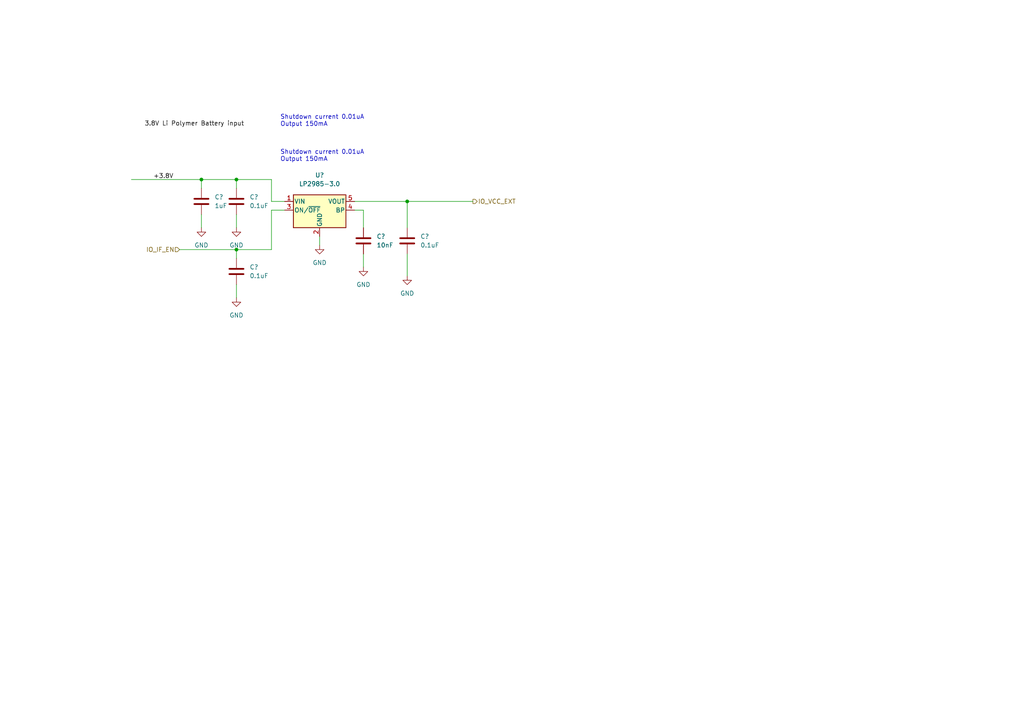
<source format=kicad_sch>
(kicad_sch (version 20211123) (generator eeschema)
  (paper "A4")
  (lib_symbols
    (symbol "Device:C" (pin_numbers hide) (pin_names (offset 0.254))
      (property "Reference" "C" (at 0.635 2.54 0))
      (property "Value" "C" (at 0.635 -2.54 0))
      (symbol "C_0_1"
        (polyline (pts (xy -2.032 -0.762) (xy 2.032 -0.762)) (stroke (width 0.508)))
        (polyline (pts (xy -2.032 0.762) (xy 2.032 0.762)) (stroke (width 0.508)))
      )
      (symbol "C_1_1"
        (pin passive line (at 0 3.81 270) (length 2.794) (name "~") (number "1"))
        (pin passive line (at 0 -3.81 90) (length 2.794) (name "~") (number "2"))
      )
    )
    (symbol "Regulator_Linear:LP2985-3.0" (pin_names (offset 0.254))
      (property "Reference" "U" (at -6.35 5.715 0))
      (property "Value" "LP2985-3.0" (at 0 5.715 0))
      (symbol "LP2985-3.0_0_1"
        (rectangle (start -7.62 -5.08) (end 7.62 4.445) (stroke (width 0.254)) (fill (type background)))
      )
      (symbol "LP2985-3.0_1_1"
        (pin power_in line (at -10.16 2.54 0) (length 2.54) (name "VIN") (number "1"))
        (pin power_in line (at 0 -7.62 90) (length 2.54) (name "GND") (number "2"))
        (pin input line (at -10.16 0 0) (length 2.54) (name "ON/~{OFF}") (number "3"))
        (pin input line (at 10.16 0 180) (length 2.54) (name "BP") (number "4"))
        (pin power_out line (at 10.16 2.54 180) (length 2.54) (name "VOUT") (number "5"))
      )
    )
    (symbol "power:GND" (power) (pin_names (offset 0))
      (property "Value" "GND" (at 0 -3.81 0))
      (symbol "GND_0_1"
        (polyline (pts (xy 0 0) (xy 0 -1.27) (xy 1.27 -1.27) (xy 0 -2.54) (xy -1.27 -1.27) (xy 0 -1.27)))
      )
      (symbol "GND_1_1"
        (pin power_in line (at 0 0 270) (length 0) hide (name "GND") (number "1"))
      )
    )
  )
  (junction (at 68.58 72.39))
  (junction (at 68.58 52.07))
  (junction (at 58.42 52.07))
  (junction (at 118.11 58.42))
  (wire (pts (xy 102.87 60.96) (xy 105.41 60.96)))
  (wire (pts (xy 118.11 73.66) (xy 118.11 80.01)))
  (wire (pts (xy 102.87 58.42) (xy 118.11 58.42)))
  (wire (pts (xy 68.58 72.39) (xy 68.58 74.93)))
  (wire (pts (xy 82.55 58.42) (xy 78.74 58.42)))
  (wire (pts (xy 68.58 72.39) (xy 78.74 72.39)))
  (wire (pts (xy 78.74 58.42) (xy 78.74 52.07)))
  (wire (pts (xy 68.58 82.55) (xy 68.58 86.36)))
  (wire (pts (xy 105.41 73.66) (xy 105.41 77.47)))
  (wire (pts (xy 78.74 52.07) (xy 68.58 52.07)))
  (wire (pts (xy 68.58 52.07) (xy 58.42 52.07)))
  (wire (pts (xy 82.55 60.96) (xy 78.74 60.96)))
  (wire (pts (xy 68.58 62.23) (xy 68.58 66.04)))
  (wire (pts (xy 118.11 58.42) (xy 137.16 58.42)))
  (wire (pts (xy 58.42 52.07) (xy 58.42 54.61)))
  (wire (pts (xy 92.71 68.58) (xy 92.71 71.12)))
  (wire (pts (xy 105.41 60.96) (xy 105.41 66.04)))
  (wire (pts (xy 58.42 52.07) (xy 38.1 52.07)))
  (wire (pts (xy 118.11 58.42) (xy 118.11 66.04)))
  (wire (pts (xy 58.42 62.23) (xy 58.42 66.04)))
  (wire (pts (xy 52.07 72.39) (xy 68.58 72.39)))
  (wire (pts (xy 68.58 52.07) (xy 68.58 54.61)))
  (wire (pts (xy 78.74 60.96) (xy 78.74 72.39)))
  (text "Shutdown current 0.01uA\nOutput 150mA" (at 81.28 36.83 0) (effects (font (size 1.27 1.27)) (justify left bottom)))
  (text "Shutdown current 0.01uA\nOutput 150mA" (at 81.28 46.99 0) (effects (font (size 1.27 1.27)) (justify left bottom)))
  (label "+3.8V" (at 44.45 52.07 0))
  (label "3.8V Li Polymer Battery input" (at 41.91 36.83 0))
  (hierarchical_label "IO_IF_EN" (shape input) (at 52.07 72.39 180))
  (hierarchical_label "IO_VCC_EXT" (shape output) (at 137.16 58.42 0))
  (symbol (lib_id "Device:C") (at 68.58 58.42 0) (unit 1)
    (property "Reference" "C?" (at 72.39 57.1499 0) (effects (justify left)))
    (property "Value" "0.1uF" (at 72.39 59.6899 0) (effects (justify left)))
  )
  (symbol (lib_id "Device:C") (at 118.11 69.85 0) (unit 1)
    (property "Reference" "C?" (at 121.92 68.5799 0) (effects (justify left)))
    (property "Value" "0.1uF" (at 121.92 71.1199 0) (effects (justify left)))
  )
  (symbol (lib_id "Regulator_Linear:LP2985-3.0") (at 92.71 60.96 0) (unit 1)
    (property "Reference" "U?" (at 92.71 50.8 0))
    (property "Value" "LP2985-3.0" (at 92.71 53.34 0))
    (property "Footprint" "Package_TO_SOT_SMD:SOT-23-5" (effects hide))
    (property "Datasheet" "http://www.ti.com/lit/ds/symlink/lp2985.pdf" (effects hide))
  )
  (symbol (lib_id "power:GND") (at 92.71 71.12 0) (unit 1)
    (property "Reference" "#PWR?" (effects hide))
    (property "Value" "GND" (at 92.71 76.2 0))
  )
  (symbol (lib_id "power:GND") (at 68.58 86.36 0) (unit 1)
    (property "Reference" "#PWR?" (effects hide))
    (property "Value" "~" (at 68.58 91.44 0))
  )
  (symbol (lib_id "power:GND") (at 118.11 80.01 0) (unit 1)
    (property "Reference" "#PWR?" (effects hide))
    (property "Value" "~" (at 118.11 85.09 0))
  )
  (symbol (lib_id "Device:C") (at 105.41 69.85 0) (unit 1)
    (property "Reference" "C?" (at 109.22 68.5799 0) (effects (justify left)))
    (property "Value" "10nF" (at 109.22 71.1199 0) (effects (justify left)))
  )
  (symbol (lib_id "power:GND") (at 68.58 66.04 0) (unit 1)
    (property "Reference" "#PWR?" (effects hide))
    (property "Value" "~" (at 68.58 71.12 0))
  )
  (symbol (lib_id "power:GND") (at 105.41 77.47 0) (unit 1)
    (property "Reference" "#PWR?" (effects hide))
    (property "Value" "~" (at 105.41 82.55 0))
  )
  (symbol (lib_id "Device:C") (at 58.42 58.42 0) (unit 1)
    (property "Reference" "C?" (at 62.23 57.1499 0) (effects (justify left)))
    (property "Value" "1uF" (at 62.23 59.6899 0) (effects (justify left)))
  )
  (symbol (lib_id "power:GND") (at 58.42 66.04 0) (unit 1)
    (property "Reference" "#PWR?" (effects hide))
    (property "Value" "~" (at 58.42 71.12 0))
  )
  (symbol (lib_id "Device:C") (at 68.58 78.74 0) (unit 1)
    (property "Reference" "C?" (at 72.39 77.4699 0) (effects (justify left)))
    (property "Value" "0.1uF" (at 72.39 80.0099 0) (effects (justify left)))
  )
)
</source>
